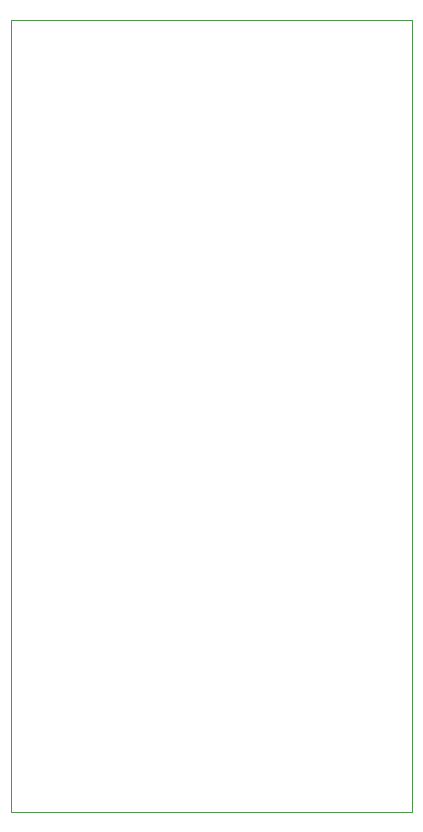
<source format=gm1>
G04 #@! TF.GenerationSoftware,KiCad,Pcbnew,(6.0.8-1)-1*
G04 #@! TF.CreationDate,2022-10-31T15:31:04+09:00*
G04 #@! TF.ProjectId,MEZ68008,4d455a36-3830-4303-982e-6b696361645f,A*
G04 #@! TF.SameCoordinates,PX5f5e100PY8f0d180*
G04 #@! TF.FileFunction,Profile,NP*
%FSLAX46Y46*%
G04 Gerber Fmt 4.6, Leading zero omitted, Abs format (unit mm)*
G04 Created by KiCad (PCBNEW (6.0.8-1)-1) date 2022-10-31 15:31:04*
%MOMM*%
%LPD*%
G01*
G04 APERTURE LIST*
G04 #@! TA.AperFunction,Profile*
%ADD10C,0.100000*%
G04 #@! TD*
G04 APERTURE END LIST*
D10*
X0Y0D02*
X34000000Y0D01*
X34000000Y0D02*
X34000000Y67000000D01*
X34000000Y67000000D02*
X0Y67000000D01*
X0Y67000000D02*
X0Y0D01*
M02*

</source>
